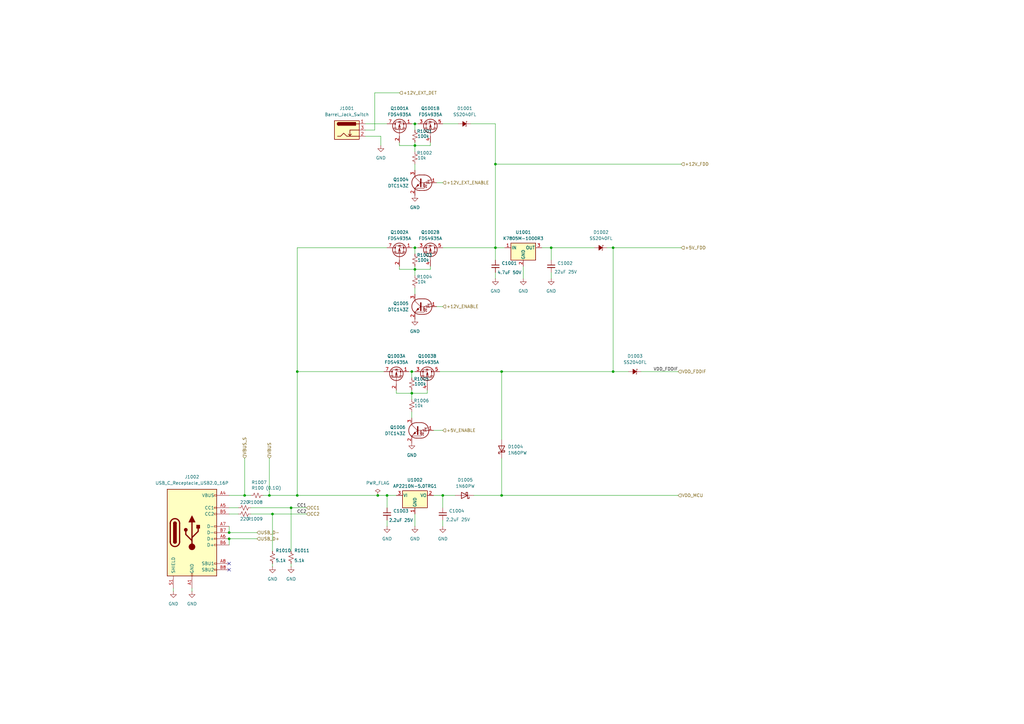
<source format=kicad_sch>
(kicad_sch (version 20250114) (generator "eeschema") (generator_version "9.0")
  (paper "A3")
  (lib_symbols
    (symbol "Connector:Barrel_Jack_Switch" (pin_names (hide yes))
      (property "Reference" "J" (at 0 5.334 0))
      (property "Value" "Barrel_Jack_Switch" (at 0 -5.08 0))
      (symbol "Barrel_Jack_Switch_0_1"
        (rectangle (start -5.08 3.81) (end 5.08 -3.81) (stroke (width 0.254)) (fill (type background)))
        (polyline (pts (xy -3.81 -2.54) (xy -2.54 -2.54) (xy -1.27 -1.27) (xy 0 -2.54) (xy 2.54 -2.54) (xy 5.08 -2.54)) (stroke (width 0.254)))
        (arc (start -3.302 1.905) (mid -3.9343 2.54) (end -3.302 3.175) (stroke (width 0.254)))
        (arc (start -3.302 1.905) (mid -3.9343 2.54) (end -3.302 3.175) (stroke (width 0.254)) (fill (type outline)))
        (polyline (pts (xy 1.27 -2.286) (xy 1.905 -1.651)) (stroke (width 0.254)))
        (rectangle (start 3.683 3.175) (end -3.302 1.905) (stroke (width 0.254)) (fill (type outline)))
        (polyline (pts (xy 5.08 2.54) (xy 3.81 2.54)) (stroke (width 0.254)))
        (polyline (pts (xy 5.08 0) (xy 1.27 0) (xy 1.27 -2.286) (xy 0.635 -1.651)) (stroke (width 0.254)))
      )
      (symbol "Barrel_Jack_Switch_1_1"
        (pin passive line (at 7.62 2.54 180) (length 2.54) (name "~") (number "1"))
        (pin passive line (at 7.62 0 180) (length 2.54) (name "~") (number "3"))
        (pin passive line (at 7.62 -2.54 180) (length 2.54) (name "~") (number "2"))
      )
    )
    (symbol "Connector:USB_C_Receptacle_USB2.0_16P" (pin_names (offset 1.016))
      (property "Reference" "J" (at 0 22.225 0))
      (property "Value" "USB_C_Receptacle_USB2.0_16P" (at 0 19.685 0))
      (symbol "USB_C_Receptacle_USB2.0_16P_0_0"
        (rectangle (start -0.254 -17.78) (end 0.254 -16.764))
        (rectangle (start 10.16 15.494) (end 9.144 14.986))
        (rectangle (start 10.16 10.414) (end 9.144 9.906))
        (rectangle (start 10.16 7.874) (end 9.144 7.366))
        (rectangle (start 10.16 2.794) (end 9.144 2.286))
        (rectangle (start 10.16 0.254) (end 9.144 -0.254))
        (rectangle (start 10.16 -2.286) (end 9.144 -2.794))
        (rectangle (start 10.16 -4.826) (end 9.144 -5.334))
        (rectangle (start 10.16 -12.446) (end 9.144 -12.954))
        (rectangle (start 10.16 -14.986) (end 9.144 -15.494))
      )
      (symbol "USB_C_Receptacle_USB2.0_16P_0_1"
        (rectangle (start -10.16 17.78) (end 10.16 -17.78) (stroke (width 0.254)) (fill (type background)))
        (polyline (pts (xy -8.89 -3.81) (xy -8.89 3.81)) (stroke (width 0.508)))
        (rectangle (start -7.62 -3.81) (end -6.35 3.81) (stroke (width 0.254)) (fill (type outline)))
        (arc (start -7.62 3.81) (mid -6.985 4.4423) (end -6.35 3.81) (stroke (width 0.254)))
        (arc (start -7.62 3.81) (mid -6.985 4.4423) (end -6.35 3.81) (stroke (width 0.254)) (fill (type outline)))
        (arc (start -8.89 3.81) (mid -6.985 5.7067) (end -5.08 3.81) (stroke (width 0.508)))
        (arc (start -5.08 -3.81) (mid -6.985 -5.7067) (end -8.89 -3.81) (stroke (width 0.508)))
        (arc (start -6.35 -3.81) (mid -6.985 -4.4423) (end -7.62 -3.81) (stroke (width 0.254)))
        (arc (start -6.35 -3.81) (mid -6.985 -4.4423) (end -7.62 -3.81) (stroke (width 0.254)) (fill (type outline)))
        (polyline (pts (xy -5.08 3.81) (xy -5.08 -3.81)) (stroke (width 0.508)))
        (circle (center -2.54 1.143) (radius 0.635) (stroke (width 0.254)) (fill (type outline)))
        (polyline (pts (xy -1.27 4.318) (xy 0 6.858) (xy 1.27 4.318) (xy -1.27 4.318)) (stroke (width 0.254)) (fill (type outline)))
        (polyline (pts (xy 0 -2.032) (xy 2.54 0.508) (xy 2.54 1.778)) (stroke (width 0.508)))
        (polyline (pts (xy 0 -3.302) (xy -2.54 -0.762) (xy -2.54 0.508)) (stroke (width 0.508)))
        (polyline (pts (xy 0 -5.842) (xy 0 4.318)) (stroke (width 0.508)))
        (circle (center 0 -5.842) (radius 1.27) (fill (type outline)))
        (rectangle (start 1.905 1.778) (end 3.175 3.048) (stroke (width 0.254)) (fill (type outline)))
      )
      (symbol "USB_C_Receptacle_USB2.0_16P_1_1"
        (pin passive line (at -7.62 -22.86 90) (length 5.08) (name "SHIELD") (number "S1"))
        (pin passive line (at 0 -22.86 90) (length 5.08) (name "GND") (number "A1"))
        (pin passive line (at 0 -22.86 90) (length 5.08) (hide yes) (name "GND") (number "A12"))
        (pin passive line (at 0 -22.86 90) (length 5.08) (hide yes) (name "GND") (number "B1"))
        (pin passive line (at 0 -22.86 90) (length 5.08) (hide yes) (name "GND") (number "B12"))
        (pin passive line (at 15.24 15.24 180) (length 5.08) (name "VBUS") (number "A4"))
        (pin passive line (at 15.24 15.24 180) (length 5.08) (hide yes) (name "VBUS") (number "A9"))
        (pin passive line (at 15.24 15.24 180) (length 5.08) (hide yes) (name "VBUS") (number "B4"))
        (pin passive line (at 15.24 15.24 180) (length 5.08) (hide yes) (name "VBUS") (number "B9"))
        (pin bidirectional line (at 15.24 10.16 180) (length 5.08) (name "CC1") (number "A5"))
        (pin bidirectional line (at 15.24 7.62 180) (length 5.08) (name "CC2") (number "B5"))
        (pin bidirectional line (at 15.24 2.54 180) (length 5.08) (name "D-") (number "A7"))
        (pin bidirectional line (at 15.24 0 180) (length 5.08) (name "D-") (number "B7"))
        (pin bidirectional line (at 15.24 -2.54 180) (length 5.08) (name "D+") (number "A6"))
        (pin bidirectional line (at 15.24 -5.08 180) (length 5.08) (name "D+") (number "B6"))
        (pin bidirectional line (at 15.24 -12.7 180) (length 5.08) (name "SBU1") (number "A8"))
        (pin bidirectional line (at 15.24 -15.24 180) (length 5.08) (name "SBU2") (number "B8"))
      )
    )
    (symbol "Device:C_Small" (pin_numbers (hide yes)) (pin_names (offset 0.254) (hide yes))
      (property "Reference" "C" (at 0.254 1.778 0))
      (property "Value" "C_Small" (at 0.254 -2.032 0))
      (symbol "C_Small_0_1"
        (polyline (pts (xy -1.524 0.508) (xy 1.524 0.508)) (stroke (width 0.3048)))
        (polyline (pts (xy -1.524 -0.508) (xy 1.524 -0.508)) (stroke (width 0.3302)))
      )
      (symbol "C_Small_1_1"
        (pin passive line (at 0 2.54 270) (length 2.032) (name "~") (number "1"))
        (pin passive line (at 0 -2.54 90) (length 2.032) (name "~") (number "2"))
      )
    )
    (symbol "Device:D_Schottky" (pin_numbers (hide yes)) (pin_names (offset 1.016) (hide yes))
      (property "Reference" "D" (at 0 2.54 0))
      (property "Value" "D_Schottky" (at 0 -2.54 0))
      (symbol "D_Schottky_0_1"
        (polyline (pts (xy -1.905 0.635) (xy -1.905 1.27) (xy -1.27 1.27) (xy -1.27 -1.27) (xy -0.635 -1.27) (xy -0.635 -0.635)) (stroke (width 0.254)))
        (polyline (pts (xy 1.27 1.27) (xy 1.27 -1.27) (xy -1.27 0) (xy 1.27 1.27)) (stroke (width 0.254)))
        (polyline (pts (xy 1.27 0) (xy -1.27 0)))
      )
      (symbol "D_Schottky_1_1"
        (pin passive line (at -3.81 0 0) (length 2.54) (name "K") (number "1"))
        (pin passive line (at 3.81 0 180) (length 2.54) (name "A") (number "2"))
      )
    )
    (symbol "Device:R_Small_US" (pin_numbers (hide yes)) (pin_names (offset 0.254) (hide yes))
      (property "Reference" "R" (at 0.762 0.508 0))
      (property "Value" "R_Small_US" (at 0.762 -1.016 0))
      (symbol "R_Small_US_1_1"
        (polyline (pts (xy 0 1.524) (xy 1.016 1.143) (xy 0 0.762) (xy -1.016 0.381) (xy 0 0)))
        (polyline (pts (xy 0 0) (xy 1.016 -0.381) (xy 0 -0.762) (xy -1.016 -1.143) (xy 0 -1.524)))
        (pin passive line (at 0 2.54 270) (length 1.016) (name "~") (number "1"))
        (pin passive line (at 0 -2.54 90) (length 1.016) (name "~") (number "2"))
      )
    )
    (symbol "power:GND" (power) (pin_numbers (hide yes)) (pin_names (offset 0) (hide yes))
      (property "Value" "GND" (at 0 -3.81 0))
      (symbol "GND_0_1"
        (polyline (pts (xy 0 0) (xy 0 -1.27) (xy 1.27 -1.27) (xy 0 -2.54) (xy -1.27 -1.27) (xy 0 -1.27)))
      )
      (symbol "GND_1_1"
        (pin power_in line (at 0 0 270) (length 0) (name "~") (number "1"))
      )
    )
    (symbol "power:PWR_FLAG" (power) (pin_numbers (hide yes)) (pin_names (offset 0) (hide yes))
      (property "Value" "PWR_FLAG" (at 0 3.81 0))
      (symbol "PWR_FLAG_0_0"
        (pin power_out line (at 0 0 90) (length 0) (name "~") (number "1"))
      )
      (symbol "PWR_FLAG_0_1"
        (polyline (pts (xy 0 0) (xy 0 1.27) (xy -1.016 1.905) (xy 0 2.54) (xy 1.016 1.905) (xy 0 1.27)))
      )
    )
    (symbol "x68000-ext:AP2210N-5.0TRG1" (pin_names (offset 0.254))
      (property "Reference" "U" (at -3.81 3.175 0))
      (property "Value" "AP2210N-5.0TRG1" (at 0 3.175 0))
      (symbol "AP2210N-5.0TRG1_0_1"
        (rectangle (start -5.08 1.905) (end 5.08 -5.08) (stroke (width 0.254)) (fill (type background)))
      )
      (symbol "AP2210N-5.0TRG1_1_1"
        (pin power_in line (at -7.62 0 0) (length 2.54) (name "VI") (number "3"))
        (pin power_in line (at 0 -7.62 90) (length 2.54) (name "GND") (number "1"))
        (pin power_out line (at 7.62 0 180) (length 2.54) (name "VO") (number "2"))
      )
    )
    (symbol "x68000-ext:DTC143Z" (pin_names (offset 0) (hide yes))
      (property "Reference" "Q" (at 5.08 1.905 0))
      (property "Value" "DTC143Z" (at 5.08 0 0))
      (symbol "DTC143Z_0_0"
        (text "4k7" (at -3.302 0.889 0) (effects (font (size 0.508 0.508))))
        (text "47k" (at -2.159 -1.524 900) (effects (font (size 0.508 0.508))))
      )
      (symbol "DTC143Z_0_1"
        (polyline (pts (xy -3.429 0) (xy -3.81 0)))
        (polyline (pts (xy -1.27 3.175) (xy 0.635 3.175)) (stroke (width 0.254)))
        (circle (center -1.27 0) (radius 0.127))
        (polyline (pts (xy -1.27 0) (xy -1.27 -0.381) (xy -0.762 -0.508) (xy -1.778 -0.762) (xy -0.762 -1.016) (xy -1.778 -1.27) (xy -0.762 -1.524) (xy -1.778 -1.778) (xy -1.27 -1.905) (xy -1.27 -2.286) (xy 2.54 -2.286)))
        (polyline (pts (xy -1.27 -3.175) (xy 0.635 -3.175)) (stroke (width 0.254)))
        (arc (start -1.27 -3.175) (mid -4.4312 0) (end -1.27 3.175) (stroke (width 0.254)))
        (polyline (pts (xy 0 0) (xy -1.905 0) (xy -2.032 0.508) (xy -2.286 -0.508) (xy -2.54 0.508) (xy -2.794 -0.508) (xy -3.048 0.508) (xy -3.302 -0.508) (xy -3.429 0)))
        (polyline (pts (xy 0 -0.254) (xy 2.54 2.286)))
        (polyline (pts (xy 0.127 1.524) (xy 0.127 -1.651)) (stroke (width 0.508)) (fill (type outline)))
        (arc (start 0.635 3.175) (mid 3.7962 0) (end 0.635 -3.175) (stroke (width 0.254)))
        (polyline (pts (xy 0.889 -1.143) (xy 1.397 -0.635) (xy 1.905 -1.651) (xy 0.889 -1.143)) (fill (type outline)))
        (polyline (pts (xy 2.54 2.286) (xy 2.54 2.54)))
        (polyline (pts (xy 2.54 -2.286) (xy 0 0.254) (xy 0 0.254)))
        (circle (center 2.54 -2.286) (radius 0.127))
      )
      (symbol "DTC143Z_1_1"
        (pin input line (at -6.35 0 0) (length 2.54) (name "B") (number "1"))
        (pin passive line (at 2.54 5.08 270) (length 2.54) (name "C") (number "3"))
        (pin passive line (at 2.54 -5.08 90) (length 2.54) (name "E") (number "2"))
      )
    )
    (symbol "x68000-ext:FDS4935A" (pin_names (hide yes))
      (property "Reference" "Q" (at 5.08 1.905 0))
      (property "Value" "FDS4935A" (at 5.08 0 0))
      (symbol "FDS4935A_0_1"
        (polyline (pts (xy 0.254 1.905) (xy 0.254 -1.905)) (stroke (width 0.254)))
        (polyline (pts (xy 0.254 0) (xy -2.54 0)))
        (polyline (pts (xy 0.762 2.286) (xy 0.762 1.27)) (stroke (width 0.254)))
        (polyline (pts (xy 0.762 0.508) (xy 0.762 -0.508)) (stroke (width 0.254)))
        (polyline (pts (xy 0.762 -1.27) (xy 0.762 -2.286)) (stroke (width 0.254)))
        (polyline (pts (xy 0.762 -1.778) (xy 3.302 -1.778) (xy 3.302 1.778) (xy 0.762 1.778)))
        (circle (center 1.651 0) (radius 2.794) (stroke (width 0.254)))
        (polyline (pts (xy 2.54 2.54) (xy 2.54 1.778)))
        (circle (center 2.54 1.778) (radius 0.254) (fill (type outline)))
        (circle (center 2.54 -1.778) (radius 0.254) (fill (type outline)))
        (polyline (pts (xy 2.54 -2.54) (xy 2.54 0) (xy 0.762 0)))
      )
      (symbol "FDS4935A_1_1"
        (polyline (pts (xy 2.286 0) (xy 1.27 0.381) (xy 1.27 -0.381) (xy 2.286 0)) (fill (type outline)))
        (polyline (pts (xy 2.794 -0.508) (xy 2.921 -0.381) (xy 3.683 -0.381) (xy 3.81 -0.254)))
        (polyline (pts (xy 3.302 -0.381) (xy 2.921 0.254) (xy 3.683 0.254) (xy 3.302 -0.381)))
        (pin input line (at -5.08 0 0) (length 2.54) (name "G2") (number "2"))
        (pin passive line (at 2.54 5.08 270) (length 2.54) (name "D2") (number "7"))
        (pin passive line (at 2.54 5.08 270) (length 2.54) (hide yes) (name "D2") (number "8"))
        (pin passive line (at 2.54 -5.08 90) (length 2.54) (name "S2") (number "1"))
      )
      (symbol "FDS4935A_2_1"
        (polyline (pts (xy 2.286 0) (xy 1.27 0.381) (xy 1.27 -0.381) (xy 2.286 0)) (fill (type outline)))
        (polyline (pts (xy 2.794 -0.508) (xy 2.921 -0.381) (xy 3.683 -0.381) (xy 3.81 -0.254)))
        (polyline (pts (xy 3.302 -0.381) (xy 2.921 0.254) (xy 3.683 0.254) (xy 3.302 -0.381)))
        (pin input line (at -5.08 0 0) (length 2.54) (name "G2") (number "4"))
        (pin passive line (at 2.54 5.08 270) (length 2.54) (name "D2") (number "5"))
        (pin passive line (at 2.54 5.08 270) (length 2.54) (hide yes) (name "D2") (number "6"))
        (pin passive line (at 2.54 -5.08 90) (length 2.54) (name "S2") (number "3"))
      )
    )
    (symbol "x68000-ext:K7805M-1000R3" (pin_names (offset 0.254))
      (property "Reference" "U" (at -3.81 3.175 0))
      (property "Value" "K7805M-1000R3" (at 0 3.175 0))
      (symbol "K7805M-1000R3_0_1"
        (rectangle (start -5.08 1.905) (end 5.08 -5.08) (stroke (width 0.254)) (fill (type background)))
      )
      (symbol "K7805M-1000R3_1_1"
        (pin power_in line (at -7.62 0 0) (length 2.54) (name "IN") (number "1"))
        (pin power_in line (at 0 -7.62 90) (length 2.54) (name "GND") (number "2"))
        (pin power_out line (at 7.62 0 180) (length 2.54) (name "OUT") (number "3"))
      )
    )
    (symbol "x68000-ext:SS2040FL" (pin_numbers (hide yes)) (pin_names (offset 0.254) (hide yes))
      (property "Reference" "D1001" (at -0.127 6.35 0))
      (property "Value" "SS2040FL" (at -0.127 3.81 0))
      (symbol "SS2040FL_0_1"
        (polyline (pts (xy -0.762 1.016) (xy -1.016 1.016) (xy -1.016 0.762)))
        (polyline (pts (xy -0.762 -1.016) (xy -0.762 1.016)))
        (polyline (pts (xy -0.762 -1.016) (xy -0.508 -1.016) (xy -0.508 -0.762)))
        (polyline (pts (xy 0.762 -1.016) (xy -0.762 0) (xy 0.762 1.016) (xy 0.762 -1.016)) (fill (type outline)))
      )
      (symbol "SS2040FL_1_1"
        (pin passive line (at -2.54 0 0) (length 1.778) (name "K") (number "1"))
        (pin passive line (at 2.54 0 180) (length 1.778) (name "A") (number "2"))
      )
    )
  )
  (junction (at 119.38 208.28))
  (junction (at 154.94 203.2))
  (junction (at 100.33 203.2))
  (junction (at 203.2 101.6))
  (junction (at 158.75 203.2))
  (junction (at 251.46 152.4))
  (junction (at 251.46 101.6))
  (junction (at 121.92 203.2))
  (junction (at 170.18 110.49))
  (junction (at 170.18 101.6))
  (junction (at 226.06 101.6))
  (junction (at 168.91 152.4))
  (junction (at 170.18 50.8))
  (junction (at 181.61 203.2))
  (junction (at 205.74 152.4))
  (junction (at 170.18 59.69))
  (junction (at 93.98 220.98))
  (junction (at 93.98 218.44))
  (junction (at 111.76 210.82))
  (junction (at 121.92 152.4))
  (junction (at 110.49 203.2))
  (junction (at 203.2 67.31))
  (junction (at 168.91 161.29))
  (junction (at 205.74 203.2))
  (no_connect (at 93.98 233.68))
  (no_connect (at 93.98 231.14))
  (wire (pts (xy 203.2 101.6) (xy 207.01 101.6)))
  (wire (pts (xy 121.92 101.6) (xy 158.75 101.6)))
  (wire (pts (xy 100.33 187.96) (xy 100.33 203.2)))
  (wire (pts (xy 251.46 101.6) (xy 279.4 101.6)))
  (wire (pts (xy 181.61 213.36) (xy 181.61 215.9)))
  (wire (pts (xy 149.86 53.34) (xy 153.67 53.34)))
  (wire (pts (xy 203.2 101.6) (xy 203.2 106.68)))
  (wire (pts (xy 168.91 168.91) (xy 168.91 171.45)))
  (wire (pts (xy 170.18 50.8) (xy 170.18 53.34)))
  (wire (pts (xy 176.53 109.22) (xy 176.53 110.49)))
  (wire (pts (xy 203.2 67.31) (xy 279.4 67.31)))
  (wire (pts (xy 205.74 152.4) (xy 205.74 180.34)))
  (wire (pts (xy 162.56 161.29) (xy 168.91 161.29)))
  (wire (pts (xy 102.87 210.82) (xy 111.76 210.82)))
  (wire (pts (xy 119.38 231.14) (xy 119.38 232.41)))
  (wire (pts (xy 168.91 161.29) (xy 175.26 161.29)))
  (wire (pts (xy 93.98 208.28) (xy 97.79 208.28)))
  (wire (pts (xy 93.98 203.2) (xy 100.33 203.2)))
  (wire (pts (xy 163.83 109.22) (xy 163.83 110.49)))
  (wire (pts (xy 149.86 50.8) (xy 158.75 50.8)))
  (wire (pts (xy 168.91 50.8) (xy 170.18 50.8)))
  (wire (pts (xy 181.61 203.2) (xy 181.61 208.28)))
  (wire (pts (xy 168.91 160.02) (xy 168.91 161.29)))
  (wire (pts (xy 226.06 101.6) (xy 226.06 106.68)))
  (wire (pts (xy 181.61 74.93) (xy 179.07 74.93)))
  (wire (pts (xy 119.38 208.28) (xy 119.38 226.06)))
  (wire (pts (xy 226.06 111.76) (xy 226.06 114.3)))
  (wire (pts (xy 251.46 152.4) (xy 257.81 152.4)))
  (wire (pts (xy 177.8 203.2) (xy 181.61 203.2)))
  (wire (pts (xy 203.2 50.8) (xy 203.2 67.31)))
  (wire (pts (xy 205.74 152.4) (xy 251.46 152.4)))
  (wire (pts (xy 156.21 59.69) (xy 156.21 55.88)))
  (wire (pts (xy 170.18 50.8) (xy 171.45 50.8)))
  (wire (pts (xy 111.76 231.14) (xy 111.76 232.41)))
  (wire (pts (xy 111.76 210.82) (xy 111.76 226.06)))
  (wire (pts (xy 71.12 241.3) (xy 71.12 242.57)))
  (wire (pts (xy 121.92 203.2) (xy 154.94 203.2)))
  (wire (pts (xy 93.98 210.82) (xy 97.79 210.82)))
  (wire (pts (xy 170.18 110.49) (xy 176.53 110.49)))
  (wire (pts (xy 181.61 101.6) (xy 203.2 101.6)))
  (wire (pts (xy 262.89 152.4) (xy 278.13 152.4)))
  (wire (pts (xy 226.06 101.6) (xy 243.84 101.6)))
  (wire (pts (xy 168.91 161.29) (xy 168.91 163.83)))
  (wire (pts (xy 121.92 152.4) (xy 121.92 203.2)))
  (wire (pts (xy 163.83 59.69) (xy 170.18 59.69)))
  (wire (pts (xy 214.63 109.22) (xy 214.63 114.3)))
  (wire (pts (xy 163.83 58.42) (xy 163.83 59.69)))
  (wire (pts (xy 153.67 38.1) (xy 163.83 38.1)))
  (wire (pts (xy 170.18 69.85) (xy 170.18 67.31)))
  (wire (pts (xy 158.75 203.2) (xy 158.75 208.28)))
  (wire (pts (xy 205.74 203.2) (xy 278.13 203.2)))
  (wire (pts (xy 170.18 210.82) (xy 170.18 215.9)))
  (wire (pts (xy 222.25 101.6) (xy 226.06 101.6)))
  (wire (pts (xy 93.98 220.98) (xy 93.98 223.52)))
  (wire (pts (xy 168.91 152.4) (xy 168.91 154.94)))
  (wire (pts (xy 170.18 109.22) (xy 170.18 110.49)))
  (wire (pts (xy 119.38 208.28) (xy 125.73 208.28)))
  (wire (pts (xy 162.56 160.02) (xy 162.56 161.29)))
  (wire (pts (xy 170.18 101.6) (xy 171.45 101.6)))
  (wire (pts (xy 175.26 160.02) (xy 175.26 161.29)))
  (wire (pts (xy 93.98 220.98) (xy 105.41 220.98)))
  (wire (pts (xy 203.2 67.31) (xy 203.2 101.6)))
  (wire (pts (xy 93.98 218.44) (xy 105.41 218.44)))
  (wire (pts (xy 102.87 208.28) (xy 119.38 208.28)))
  (wire (pts (xy 170.18 58.42) (xy 170.18 59.69)))
  (wire (pts (xy 181.61 176.53) (xy 177.8 176.53)))
  (wire (pts (xy 181.61 203.2) (xy 186.69 203.2)))
  (wire (pts (xy 170.18 59.69) (xy 176.53 59.69)))
  (wire (pts (xy 158.75 213.36) (xy 158.75 215.9)))
  (wire (pts (xy 170.18 110.49) (xy 170.18 113.03)))
  (wire (pts (xy 251.46 152.4) (xy 251.46 101.6)))
  (wire (pts (xy 181.61 125.73) (xy 179.07 125.73)))
  (wire (pts (xy 176.53 58.42) (xy 176.53 59.69)))
  (wire (pts (xy 78.74 241.3) (xy 78.74 242.57)))
  (wire (pts (xy 193.04 50.8) (xy 203.2 50.8)))
  (wire (pts (xy 251.46 101.6) (xy 248.92 101.6)))
  (wire (pts (xy 163.83 110.49) (xy 170.18 110.49)))
  (wire (pts (xy 93.98 215.9) (xy 93.98 218.44)))
  (wire (pts (xy 107.95 203.2) (xy 110.49 203.2)))
  (wire (pts (xy 168.91 101.6) (xy 170.18 101.6)))
  (wire (pts (xy 194.31 203.2) (xy 205.74 203.2)))
  (wire (pts (xy 110.49 203.2) (xy 121.92 203.2)))
  (wire (pts (xy 158.75 203.2) (xy 162.56 203.2)))
  (wire (pts (xy 167.64 152.4) (xy 168.91 152.4)))
  (wire (pts (xy 205.74 203.2) (xy 205.74 187.96)))
  (wire (pts (xy 203.2 111.76) (xy 203.2 114.3)))
  (wire (pts (xy 168.91 152.4) (xy 170.18 152.4)))
  (wire (pts (xy 110.49 187.96) (xy 110.49 203.2)))
  (wire (pts (xy 111.76 210.82) (xy 125.73 210.82)))
  (wire (pts (xy 153.67 53.34) (xy 153.67 38.1)))
  (wire (pts (xy 156.21 55.88) (xy 149.86 55.88)))
  (wire (pts (xy 154.94 203.2) (xy 158.75 203.2)))
  (wire (pts (xy 181.61 50.8) (xy 187.96 50.8)))
  (wire (pts (xy 121.92 152.4) (xy 157.48 152.4)))
  (wire (pts (xy 100.33 203.2) (xy 102.87 203.2)))
  (wire (pts (xy 121.92 101.6) (xy 121.92 152.4)))
  (wire (pts (xy 170.18 59.69) (xy 170.18 62.23)))
  (wire (pts (xy 170.18 118.11) (xy 170.18 120.65)))
  (wire (pts (xy 170.18 101.6) (xy 170.18 104.14)))
  (wire (pts (xy 180.34 152.4) (xy 205.74 152.4)))
  (label "VDD_FDDIF" (at 278.13 152.4 180))
  (label "CC1" (at 125.73 208.28 180))
  (label "CC2" (at 125.73 210.82 180))
  (hierarchical_label "USB_D+" (shape input) (at 105.41 220.98 0))
  (hierarchical_label "VBUS" (shape input) (at 110.49 187.96 90))
  (hierarchical_label "+12V_ENABLE" (shape input) (at 181.61 125.73 0))
  (hierarchical_label "+5V_FDD" (shape input) (at 279.4 101.6 0))
  (hierarchical_label "+5V_ENABLE" (shape input) (at 181.61 176.53 0))
  (hierarchical_label "VDD_FDDIF" (shape input) (at 278.13 152.4 0))
  (hierarchical_label "VDD_MCU" (shape input) (at 278.13 203.2 0))
  (hierarchical_label "CC1" (shape input) (at 125.73 208.28 0))
  (hierarchical_label "+12V_EXT_DET" (shape input) (at 163.83 38.1 0))
  (hierarchical_label "VBUS_S" (shape input) (at 100.33 187.96 90))
  (hierarchical_label "+12V_EXT_ENABLE" (shape input) (at 181.61 74.93 0))
  (hierarchical_label "+12V_FDD" (shape input) (at 279.4 67.31 0))
  (hierarchical_label "USB_D-" (shape input) (at 105.41 218.44 0))
  (hierarchical_label "CC2" (shape input) (at 125.73 210.82 0))
  (symbol (lib_id "power:GND") (at 170.18 215.9 0) (unit 1)
    (property "Reference" "#PWR01006" (effects (hide yes)))
    (property "Value" "GND" (at 170.18 220.98 0))
    (property "Description" "Power symbol creates a global label with name \"GND\" , ground" (effects (hide yes)))
  )
  (symbol (lib_id "x68000-ext:K7805M-1000R3") (at 214.63 101.6 0) (unit 1)
    (property "Reference" "U1001" (at 214.63 95.25 0))
    (property "Value" "K7805M-1000R3" (at 214.63 97.79 0))
    (property "Footprint" "Converter_DCDC:Converter_DCDC_RECOM_R-78E-0.5_THT" (effects (hide yes)))
    (property "Datasheet" "https://jlcpcb.com/api/file/downloadByFileSystemAccessId/8615519153608945664" (effects (hide yes)))
    (property "Description" "5V 1000mA DC/DC Converter" (effects (hide yes)))
    (property "LCSC" "C5369649" (effects (hide yes)))
  )
  (symbol (lib_id "power:GND") (at 71.12 242.57 0) (unit 1)
    (property "Reference" "#PWR01010" (effects (hide yes)))
    (property "Value" "GND" (at 71.12 247.65 0))
    (property "Description" "Power symbol creates a global label with name \"GND\" , ground" (effects (hide yes)))
  )
  (symbol (lib_id "Device:R_Small_US") (at 119.38 228.6 0) (unit 1)
    (property "Reference" "R1011" (at 120.65 225.806 0) (effects (justify left)))
    (property "Value" "5.1k" (at 120.65 229.87 0) (effects (justify left)))
    (property "Footprint" "Resistor_SMD:R_0603_1608Metric" (effects (hide yes)))
    (property "Description" "Resistor, small US symbol" (effects (hide yes)))
  )
  (symbol (lib_id "Device:R_Small_US") (at 100.33 210.82 90) (unit 1)
    (property "Reference" "R1009" (at 104.648 212.852 90))
    (property "Value" "220" (at 100.33 212.852 90))
    (property "Footprint" "Resistor_SMD:R_0603_1608Metric" (effects (hide yes)))
    (property "Description" "Resistor, small US symbol" (effects (hide yes)))
  )
  (symbol (lib_id "x68000-ext:AP2210N-5.0TRG1") (at 170.18 203.2 0) (unit 1)
    (property "Reference" "U1002" (at 170.18 196.85 0))
    (property "Value" "AP2210N-5.0TRG1" (at 170.18 199.39 0))
    (property "Footprint" "Package_TO_SOT_SMD:SOT-23" (effects (hide yes)))
    (property "Datasheet" "https://www.lcsc.com/datasheet/C460341.pdf" (effects (hide yes)))
    (property "Description" "300mA 75dB@(100Hz) Fixed 5V Positive 13.2V SOT-23 Voltage Regulators - Linear, Low Drop Out (LDO) Regulators ROHS" (effects (hide yes)))
    (property "LCSC" "C460341" (effects (hide yes)))
  )
  (symbol (lib_id "power:PWR_FLAG") (at 154.94 203.2 0) (unit 1)
    (property "Reference" "#FLG01001" (effects (hide yes)))
    (property "Value" "PWR_FLAG" (at 154.94 198.12 0))
    (property "Description" "Special symbol for telling ERC where power comes from" (effects (hide yes)))
  )
  (symbol (lib_id "Device:C_Small") (at 226.06 109.22 0) (unit 1)
    (property "Reference" "C1002" (at 228.6 107.9562 0) (effects (justify left)))
    (property "Value" "22uF 25V" (at 227.33 111.506 0) (effects (justify left)))
    (property "Footprint" "Capacitor_SMD:C_0805_2012Metric_Pad1.18x1.45mm_HandSolder" (effects (hide yes)))
    (property "Description" "Unpolarized capacitor, small symbol" (effects (hide yes)))
    (property "LCSC" "C602037" (effects (hide yes)))
  )
  (symbol (lib_id "x68000-ext:DTC143Z") (at 172.72 74.93 0) (mirror y) (unit 1)
    (property "Reference" "Q1004" (at 167.64 73.6599 0) (effects (justify left)))
    (property "Value" "DTC143Z" (at 167.64 76.1999 0) (effects (justify left)))
    (property "Footprint" "Package_TO_SOT_SMD:SOT-523" (effects (hide yes)))
    (property "Description" "Digital NPN Transistor, 4k7/47k, SOT-23" (effects (hide yes)))
    (property "LCSC" "C5273798" (effects (hide yes)))
  )
  (symbol (lib_id "x68000-ext:SS2040FL") (at 246.38 101.6 0) (mirror y) (unit 1)
    (property "Reference" "D1002" (at 246.507 95.25 0))
    (property "Value" "SS2040FL" (at 246.507 97.79 0))
    (property "Footprint" "Diode_SMD:D_SOD-123F" (effects (hide yes)))
    (property "LCSC" "C268712" (effects (hide yes)))
  )
  (symbol (lib_id "power:GND") (at 168.91 181.61 0) (unit 1)
    (property "Reference" "#PWR01014" (effects (hide yes)))
    (property "Value" "GND" (at 168.91 186.69 0))
    (property "Description" "Power symbol creates a global label with name \"GND\" , ground" (effects (hide yes)))
  )
  (symbol (lib_id "Device:C_Small") (at 158.75 210.82 0) (unit 1)
    (property "Reference" "C1003" (at 161.29 209.5562 0) (effects (justify left)))
    (property "Value" "2.2uF 25V" (at 159.512 213.36 0) (effects (justify left)))
    (property "Footprint" "Capacitor_SMD:C_0805_2012Metric_Pad1.18x1.45mm_HandSolder" (effects (hide yes)))
    (property "Description" "Unpolarized capacitor, small symbol" (effects (hide yes)))
    (property "LCSC" "C19110" (effects (hide yes)))
  )
  (symbol (lib_id "Device:R_Small_US") (at 168.91 157.48 0) (unit 1)
    (property "Reference" "R1005" (at 169.672 155.448 0) (effects (justify left)))
    (property "Value" "100k" (at 169.926 157.48 0) (effects (justify left)))
    (property "Footprint" "Resistor_SMD:R_0603_1608Metric" (effects (hide yes)))
    (property "Description" "Resistor, small US symbol" (effects (hide yes)))
  )
  (symbol (lib_id "Connector:Barrel_Jack_Switch") (at 142.24 53.34 0) (unit 1)
    (property "Reference" "J1001" (at 142.24 44.45 0))
    (property "Value" "Barrel_Jack_Switch" (at 142.24 46.99 0))
    (property "Footprint" "Connector_BarrelJack:BarrelJack_Horizontal" (effects (hide yes)))
    (property "Description" "DC Barrel Jack with an internal switch" (effects (hide yes)))
  )
  (symbol (lib_id "x68000-ext:FDS4935A") (at 162.56 154.94 90) (unit 1)
    (property "Reference" "Q1003" (at 162.56 146.05 90))
    (property "Value" "FDS4935A" (at 162.56 148.59 90))
    (property "Footprint" "Package_SO:SOIC-8_3.9x4.9mm_P1.27mm" (effects (hide yes)))
    (property "Datasheet" "https://www.onsemi.com/pdf/datasheet/fds4935a-d.pdf" (effects (hide yes)))
    (property "Description" "Dual P-Channel MOSFET" (effects (hide yes)))
  )
  (symbol (lib_id "Device:R_Small_US") (at 111.76 228.6 0) (unit 1)
    (property "Reference" "R1010" (at 113.03 225.806 0) (effects (justify left)))
    (property "Value" "5.1k" (at 113.03 229.87 0) (effects (justify left)))
    (property "Footprint" "Resistor_SMD:R_0603_1608Metric" (effects (hide yes)))
    (property "Description" "Resistor, small US symbol" (effects (hide yes)))
  )
  (symbol (lib_id "x68000-ext:FDS4935A") (at 176.53 104.14 270) (mirror x) (unit 2)
    (property "Reference" "Q1002" (at 176.53 95.25 90))
    (property "Value" "FDS4935A" (at 176.53 97.79 90))
    (property "Footprint" "Package_SO:SOIC-8_3.9x4.9mm_P1.27mm" (effects (hide yes)))
    (property "Datasheet" "https://www.onsemi.com/pdf/datasheet/fds4935a-d.pdf" (effects (hide yes)))
    (property "Description" "Dual P-Channel MOSFET" (effects (hide yes)))
  )
  (symbol (lib_id "Device:R_Small_US") (at 168.91 166.37 0) (unit 1)
    (property "Reference" "R1006" (at 169.672 164.338 0) (effects (justify left)))
    (property "Value" "10k" (at 169.926 166.37 0) (effects (justify left)))
    (property "Footprint" "Resistor_SMD:R_0603_1608Metric" (effects (hide yes)))
    (property "Description" "Resistor, small US symbol" (effects (hide yes)))
  )
  (symbol (lib_id "power:GND") (at 78.74 242.57 0) (unit 1)
    (property "Reference" "#PWR01011" (effects (hide yes)))
    (property "Value" "GND" (at 78.74 247.65 0))
    (property "Description" "Power symbol creates a global label with name \"GND\" , ground" (effects (hide yes)))
  )
  (symbol (lib_id "Device:R_Small_US") (at 170.18 55.88 0) (unit 1)
    (property "Reference" "R1001" (at 170.942 53.848 0) (effects (justify left)))
    (property "Value" "100k" (at 171.196 55.88 0) (effects (justify left)))
    (property "Footprint" "Resistor_SMD:R_0603_1608Metric" (effects (hide yes)))
    (property "Description" "Resistor, small US symbol" (effects (hide yes)))
  )
  (symbol (lib_id "power:GND") (at 181.61 215.9 0) (unit 1)
    (property "Reference" "#PWR01007" (effects (hide yes)))
    (property "Value" "GND" (at 181.61 220.98 0))
    (property "Description" "Power symbol creates a global label with name \"GND\" , ground" (effects (hide yes)))
  )
  (symbol (lib_id "Device:R_Small_US") (at 170.18 106.68 0) (unit 1)
    (property "Reference" "R1003" (at 170.942 104.648 0) (effects (justify left)))
    (property "Value" "100k" (at 171.196 106.68 0) (effects (justify left)))
    (property "Footprint" "Resistor_SMD:R_0603_1608Metric" (effects (hide yes)))
    (property "Description" "Resistor, small US symbol" (effects (hide yes)))
  )
  (symbol (lib_id "x68000-ext:FDS4935A") (at 163.83 104.14 90) (unit 1)
    (property "Reference" "Q1002" (at 163.83 95.25 90))
    (property "Value" "FDS4935A" (at 163.83 97.79 90))
    (property "Footprint" "Package_SO:SOIC-8_3.9x4.9mm_P1.27mm" (effects (hide yes)))
    (property "Datasheet" "https://www.onsemi.com/pdf/datasheet/fds4935a-d.pdf" (effects (hide yes)))
    (property "Description" "Dual P-Channel MOSFET" (effects (hide yes)))
  )
  (symbol (lib_id "power:GND") (at 111.76 232.41 0) (unit 1)
    (property "Reference" "#PWR01008" (effects (hide yes)))
    (property "Value" "GND" (at 111.76 237.49 0))
    (property "Description" "Power symbol creates a global label with name \"GND\" , ground" (effects (hide yes)))
  )
  (symbol (lib_id "Device:R_Small_US") (at 105.41 203.2 270) (unit 1)
    (property "Reference" "R1007" (at 103.124 197.866 90) (effects (justify left)))
    (property "Value" "R100 (0.1Ω)" (at 103.124 200.152 90) (effects (justify left)))
    (property "Footprint" "Resistor_SMD:R_2512_6332Metric_Pad1.40x3.35mm_HandSolder" (effects (hide yes)))
  )
  (symbol (lib_id "Device:R_Small_US") (at 170.18 115.57 0) (unit 1)
    (property "Reference" "R1004" (at 170.942 113.538 0) (effects (justify left)))
    (property "Value" "10k" (at 171.196 115.57 0) (effects (justify left)))
    (property "Footprint" "Resistor_SMD:R_0603_1608Metric" (effects (hide yes)))
    (property "Description" "Resistor, small US symbol" (effects (hide yes)))
  )
  (symbol (lib_id "x68000-ext:SS2040FL") (at 260.35 152.4 0) (mirror y) (unit 1)
    (property "Reference" "D1003" (at 260.477 146.05 0))
    (property "Value" "SS2040FL" (at 260.477 148.59 0))
    (property "Footprint" "Diode_SMD:D_SOD-123F" (effects (hide yes)))
    (property "LCSC" "C268712" (effects (hide yes)))
  )
  (symbol (lib_id "Connector:USB_C_Receptacle_USB2.0_16P") (at 78.74 218.44 0) (unit 1)
    (property "Reference" "J1002" (at 78.74 195.58 0))
    (property "Value" "USB_C_Receptacle_USB2.0_16P" (at 78.74 198.12 0))
    (property "Footprint" "Connector_USB:USB_C_Receptacle_G-Switch_GT-USB-7010ASV" (effects (hide yes)))
    (property "Datasheet" "https://www.usb.org/sites/default/files/documents/usb_type-c.zip" (effects (hide yes)))
    (property "Description" "USB 2.0-only 16P Type-C Receptacle connector" (effects (hide yes)))
    (property "LCSC" "C2765186" (effects (hide yes)))
  )
  (symbol (lib_id "x68000-ext:FDS4935A") (at 163.83 53.34 90) (unit 1)
    (property "Reference" "Q1001" (at 163.83 44.45 90))
    (property "Value" "FDS4935A" (at 163.83 46.99 90))
    (property "Footprint" "Package_SO:SOIC-8_3.9x4.9mm_P1.27mm" (effects (hide yes)))
    (property "Datasheet" "https://www.onsemi.com/pdf/datasheet/fds4935a-d.pdf" (effects (hide yes)))
    (property "Description" "Dual P-Channel MOSFET" (effects (hide yes)))
  )
  (symbol (lib_id "power:GND") (at 214.63 114.3 0) (unit 1)
    (property "Reference" "#PWR01003" (effects (hide yes)))
    (property "Value" "GND" (at 214.63 119.38 0))
    (property "Description" "Power symbol creates a global label with name \"GND\" , ground" (effects (hide yes)))
  )
  (symbol (lib_id "power:GND") (at 170.18 130.81 0) (unit 1)
    (property "Reference" "#PWR01013" (effects (hide yes)))
    (property "Value" "GND" (at 170.18 135.89 0))
    (property "Description" "Power symbol creates a global label with name \"GND\" , ground" (effects (hide yes)))
  )
  (symbol (lib_id "x68000-ext:SS2040FL") (at 190.5 50.8 0) (mirror y) (unit 1)
    (property "Reference" "D1001" (at 190.627 44.45 0))
    (property "Value" "SS2040FL" (at 190.627 46.99 0))
    (property "Footprint" "Diode_SMD:D_SOD-123F" (effects (hide yes)))
    (property "LCSC" "C268712" (effects (hide yes)))
  )
  (symbol (lib_id "power:GND") (at 226.06 114.3 0) (unit 1)
    (property "Reference" "#PWR01004" (effects (hide yes)))
    (property "Value" "GND" (at 226.06 119.38 0))
    (property "Description" "Power symbol creates a global label with name \"GND\" , ground" (effects (hide yes)))
  )
  (symbol (lib_id "Device:R_Small_US") (at 170.18 64.77 0) (unit 1)
    (property "Reference" "R1002" (at 170.942 62.738 0) (effects (justify left)))
    (property "Value" "10k" (at 171.196 64.77 0) (effects (justify left)))
    (property "Footprint" "Resistor_SMD:R_0603_1608Metric" (effects (hide yes)))
    (property "Description" "Resistor, small US symbol" (effects (hide yes)))
  )
  (symbol (lib_id "x68000-ext:DTC143Z") (at 171.45 176.53 0) (mirror y) (unit 1)
    (property "Reference" "Q1006" (at 166.37 175.2599 0) (effects (justify left)))
    (property "Value" "DTC143Z" (at 166.37 177.7999 0) (effects (justify left)))
    (property "Footprint" "Package_TO_SOT_SMD:SOT-523" (effects (hide yes)))
    (property "Description" "Digital NPN Transistor, 4k7/47k, SOT-23" (effects (hide yes)))
    (property "LCSC" "C5273798" (effects (hide yes)))
  )
  (symbol (lib_id "power:GND") (at 158.75 215.9 0) (unit 1)
    (property "Reference" "#PWR01005" (effects (hide yes)))
    (property "Value" "GND" (at 158.75 220.98 0))
    (property "Description" "Power symbol creates a global label with name \"GND\" , ground" (effects (hide yes)))
  )
  (symbol (lib_id "Device:D_Schottky") (at 205.74 184.15 90) (unit 1)
    (property "Reference" "D1004" (at 208.28 183.1974 90) (effects (justify right)))
    (property "Value" "1N60PW" (at 208.28 185.7374 90) (effects (justify right)))
    (property "Footprint" "Diode_SMD:D_SOD-123" (effects (hide yes)))
    (property "Description" "Schottky diode" (effects (hide yes)))
    (property "LCSC" "C134188" (effects (hide yes)))
  )
  (symbol (lib_id "power:GND") (at 156.21 59.69 0) (unit 1)
    (property "Reference" "#PWR01001" (effects (hide yes)))
    (property "Value" "GND" (at 156.21 64.77 0))
    (property "Description" "Power symbol creates a global label with name \"GND\" , ground" (effects (hide yes)))
  )
  (symbol (lib_id "Device:R_Small_US") (at 100.33 208.28 90) (unit 1)
    (property "Reference" "R1008" (at 104.648 205.994 90))
    (property "Value" "220" (at 100.33 205.994 90))
    (property "Footprint" "Resistor_SMD:R_0603_1608Metric" (effects (hide yes)))
    (property "Description" "Resistor, small US symbol" (effects (hide yes)))
  )
  (symbol (lib_id "Device:D_Schottky") (at 190.5 203.2 180) (unit 1)
    (property "Reference" "D1005" (at 190.8175 196.85 0))
    (property "Value" "1N60PW" (at 190.8175 199.39 0))
    (property "Footprint" "Diode_SMD:D_SOD-123" (effects (hide yes)))
    (property "Description" "Schottky diode" (effects (hide yes)))
    (property "LCSC" "C134188" (effects (hide yes)))
  )
  (symbol (lib_id "x68000-ext:FDS4935A") (at 175.26 154.94 270) (mirror x) (unit 2)
    (property "Reference" "Q1003" (at 175.26 146.05 90))
    (property "Value" "FDS4935A" (at 175.26 148.59 90))
    (property "Footprint" "Package_SO:SOIC-8_3.9x4.9mm_P1.27mm" (effects (hide yes)))
    (property "Datasheet" "https://www.onsemi.com/pdf/datasheet/fds4935a-d.pdf" (effects (hide yes)))
    (property "Description" "Dual P-Channel MOSFET" (effects (hide yes)))
  )
  (symbol (lib_id "Device:C_Small") (at 203.2 109.22 0) (unit 1)
    (property "Reference" "C1001" (at 205.74 107.9562 0) (effects (justify left)))
    (property "Value" "4.7uF 50V" (at 203.962 111.76 0) (effects (justify left)))
    (property "Footprint" "Capacitor_SMD:C_1206_3216Metric_Pad1.33x1.80mm_HandSolder" (effects (hide yes)))
    (property "Description" "Unpolarized capacitor, small symbol" (effects (hide yes)))
    (property "LCSC" "C51205" (effects (hide yes)))
  )
  (symbol (lib_id "power:GND") (at 119.38 232.41 0) (unit 1)
    (property "Reference" "#PWR01009" (effects (hide yes)))
    (property "Value" "GND" (at 119.38 237.49 0))
    (property "Description" "Power symbol creates a global label with name \"GND\" , ground" (effects (hide yes)))
  )
  (symbol (lib_id "power:GND") (at 170.18 80.01 0) (unit 1)
    (property "Reference" "#PWR01012" (effects (hide yes)))
    (property "Value" "GND" (at 170.18 85.09 0))
    (property "Description" "Power symbol creates a global label with name \"GND\" , ground" (effects (hide yes)))
  )
  (symbol (lib_id "Device:C_Small") (at 181.61 210.82 0) (unit 1)
    (property "Reference" "C1004" (at 184.15 209.5562 0) (effects (justify left)))
    (property "Value" "2.2uF 25V" (at 182.88 213.106 0) (effects (justify left)))
    (property "Footprint" "Capacitor_SMD:C_0805_2012Metric_Pad1.18x1.45mm_HandSolder" (effects (hide yes)))
    (property "Description" "Unpolarized capacitor, small symbol" (effects (hide yes)))
    (property "LCSC" "C19110" (effects (hide yes)))
  )
  (symbol (lib_id "power:GND") (at 203.2 114.3 0) (unit 1)
    (property "Reference" "#PWR01002" (effects (hide yes)))
    (property "Value" "GND" (at 203.2 119.38 0))
    (property "Description" "Power symbol creates a global label with name \"GND\" , ground" (effects (hide yes)))
  )
  (symbol (lib_id "x68000-ext:FDS4935A") (at 176.53 53.34 270) (mirror x) (unit 2)
    (property "Reference" "Q1001" (at 176.53 44.45 90))
    (property "Value" "FDS4935A" (at 176.53 46.99 90))
    (property "Footprint" "Package_SO:SOIC-8_3.9x4.9mm_P1.27mm" (effects (hide yes)))
    (property "Datasheet" "https://www.onsemi.com/pdf/datasheet/fds4935a-d.pdf" (effects (hide yes)))
    (property "Description" "Dual P-Channel MOSFET" (effects (hide yes)))
  )
  (symbol (lib_id "x68000-ext:DTC143Z") (at 172.72 125.73 0) (mirror y) (unit 1)
    (property "Reference" "Q1005" (at 167.64 124.4599 0) (effects (justify left)))
    (property "Value" "DTC143Z" (at 167.64 126.9999 0) (effects (justify left)))
    (property "Footprint" "Package_TO_SOT_SMD:SOT-523" (effects (hide yes)))
    (property "Description" "Digital NPN Transistor, 4k7/47k, SOT-23" (effects (hide yes)))
    (property "LCSC" "C5273798" (effects (hide yes)))
  )
)
</source>
